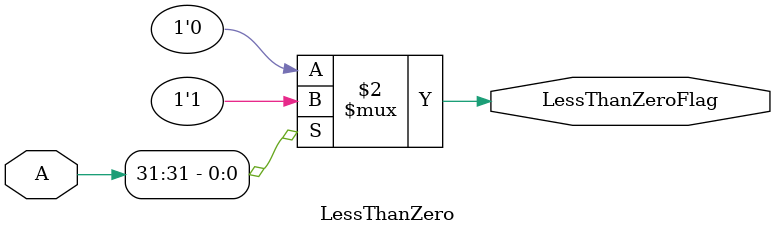
<source format=v>
/*
Assignment 7
Problem no:5 
Semester: 5th
Group: 28
Members: 
Aryan Singh (19CS30007)
Abhinandan De (19CS10069)
*/
module LessThanZero (
            input[31:0] A, 
            output reg LessThanZeroFlag
            );

    assign LessThanZeroFlag = (A[31] == 1) ? 1'b1 : 1'b0;
endmodule
</source>
